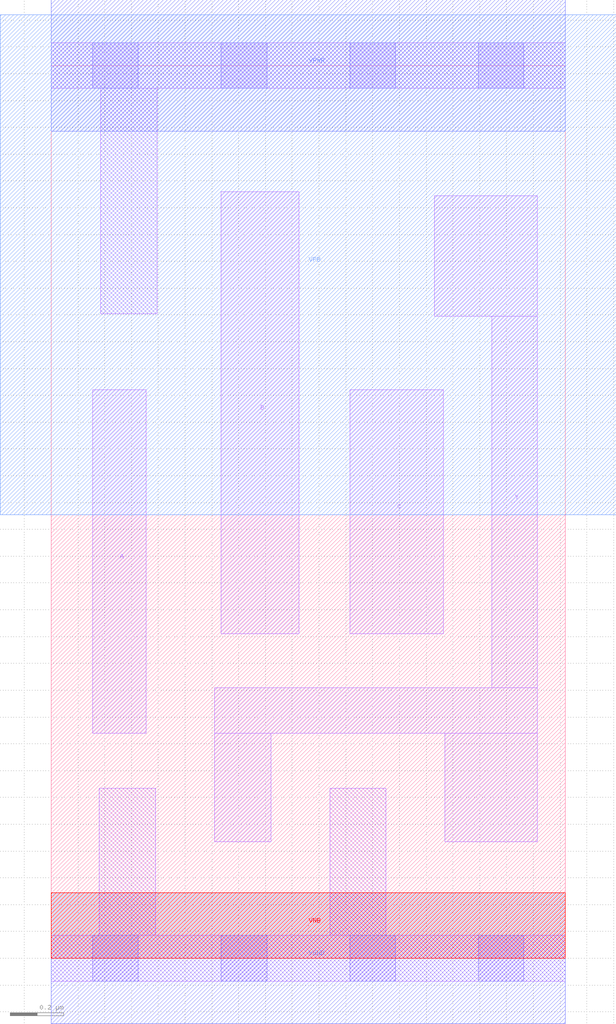
<source format=lef>
# Copyright 2020 The SkyWater PDK Authors
#
# Licensed under the Apache License, Version 2.0 (the "License");
# you may not use this file except in compliance with the License.
# You may obtain a copy of the License at
#
#     https://www.apache.org/licenses/LICENSE-2.0
#
# Unless required by applicable law or agreed to in writing, software
# distributed under the License is distributed on an "AS IS" BASIS,
# WITHOUT WARRANTIES OR CONDITIONS OF ANY KIND, either express or implied.
# See the License for the specific language governing permissions and
# limitations under the License.
#
# SPDX-License-Identifier: Apache-2.0

VERSION 5.7 ;
  NOWIREEXTENSIONATPIN ON ;
  DIVIDERCHAR "/" ;
  BUSBITCHARS "[]" ;
MACRO sky130_fd_sc_lp__nor3_m
  CLASS CORE ;
  FOREIGN sky130_fd_sc_lp__nor3_m ;
  ORIGIN  0.000000  0.000000 ;
  SIZE  1.920000 BY  3.330000 ;
  SYMMETRY X Y R90 ;
  SITE unit ;
  PIN A
    ANTENNAGATEAREA  0.126000 ;
    DIRECTION INPUT ;
    USE SIGNAL ;
    PORT
      LAYER li1 ;
        RECT 0.155000 0.840000 0.355000 2.120000 ;
    END
  END A
  PIN B
    ANTENNAGATEAREA  0.126000 ;
    DIRECTION INPUT ;
    USE SIGNAL ;
    PORT
      LAYER li1 ;
        RECT 0.635000 1.210000 0.925000 2.860000 ;
    END
  END B
  PIN C
    ANTENNAGATEAREA  0.126000 ;
    DIRECTION INPUT ;
    USE SIGNAL ;
    PORT
      LAYER li1 ;
        RECT 1.115000 1.210000 1.465000 2.120000 ;
    END
  END C
  PIN Y
    ANTENNADIFFAREA  0.340200 ;
    DIRECTION OUTPUT ;
    USE SIGNAL ;
    PORT
      LAYER li1 ;
        RECT 0.610000 0.435000 0.820000 0.840000 ;
        RECT 0.610000 0.840000 1.815000 1.010000 ;
        RECT 1.430000 2.395000 1.815000 2.845000 ;
        RECT 1.470000 0.435000 1.815000 0.840000 ;
        RECT 1.645000 1.010000 1.815000 2.395000 ;
    END
  END Y
  PIN VGND
    DIRECTION INOUT ;
    USE GROUND ;
    PORT
      LAYER met1 ;
        RECT 0.000000 -0.245000 1.920000 0.245000 ;
    END
  END VGND
  PIN VNB
    DIRECTION INOUT ;
    USE GROUND ;
    PORT
      LAYER pwell ;
        RECT 0.000000 0.000000 1.920000 0.245000 ;
    END
  END VNB
  PIN VPB
    DIRECTION INOUT ;
    USE POWER ;
    PORT
      LAYER nwell ;
        RECT -0.190000 1.655000 2.110000 3.520000 ;
    END
  END VPB
  PIN VPWR
    DIRECTION INOUT ;
    USE POWER ;
    PORT
      LAYER met1 ;
        RECT 0.000000 3.085000 1.920000 3.575000 ;
    END
  END VPWR
  OBS
    LAYER li1 ;
      RECT 0.000000 -0.085000 1.920000 0.085000 ;
      RECT 0.000000  3.245000 1.920000 3.415000 ;
      RECT 0.180000  0.085000 0.390000 0.635000 ;
      RECT 0.185000  2.405000 0.395000 3.245000 ;
      RECT 1.040000  0.085000 1.250000 0.635000 ;
    LAYER mcon ;
      RECT 0.155000 -0.085000 0.325000 0.085000 ;
      RECT 0.155000  3.245000 0.325000 3.415000 ;
      RECT 0.635000 -0.085000 0.805000 0.085000 ;
      RECT 0.635000  3.245000 0.805000 3.415000 ;
      RECT 1.115000 -0.085000 1.285000 0.085000 ;
      RECT 1.115000  3.245000 1.285000 3.415000 ;
      RECT 1.595000 -0.085000 1.765000 0.085000 ;
      RECT 1.595000  3.245000 1.765000 3.415000 ;
  END
END sky130_fd_sc_lp__nor3_m
END LIBRARY

</source>
